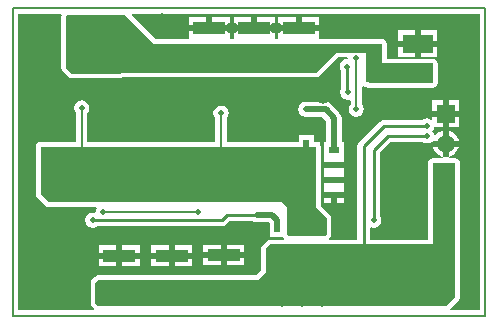
<source format=gtl>
%FSLAX25Y25*%
%MOIN*%
G70*
G01*
G75*
G04 Layer_Physical_Order=1*
G04 Layer_Color=255*
%ADD10R,0.10630X0.03937*%
%ADD11R,0.15748X0.17716*%
%ADD12R,0.14410X0.09843*%
%ADD13R,0.14410X0.07874*%
%ADD14R,0.01969X0.06299*%
%ADD15R,0.03543X0.02126*%
%ADD16R,0.09843X0.14410*%
%ADD17R,0.07874X0.14410*%
%ADD18R,0.06299X0.01969*%
%ADD19R,0.02126X0.03543*%
%ADD20C,0.01000*%
%ADD21C,0.02000*%
%ADD22C,0.00800*%
%ADD23R,0.05400X0.12900*%
%ADD24R,0.21600X0.06537*%
%ADD25C,0.00500*%
%ADD26C,0.05906*%
%ADD27R,0.05906X0.05906*%
%ADD28O,0.10000X0.06000*%
%ADD29R,0.10000X0.06000*%
%ADD30C,0.04000*%
%ADD31C,0.02000*%
%ADD32C,0.03000*%
G36*
X101200Y35900D02*
X104700Y32400D01*
Y27200D01*
X104000Y26500D01*
X91900D01*
X91300Y27100D01*
Y36100D01*
X89700Y37700D01*
X12100D01*
X9300Y40500D01*
Y56300D01*
X101200D01*
Y35900D01*
D02*
G37*
G36*
X47100Y90500D02*
X122000D01*
Y87600D01*
X107700D01*
X101000Y80900D01*
X36000D01*
X35700Y80600D01*
X19700D01*
X17800Y82500D01*
Y99900D01*
X18200Y100300D01*
X37300D01*
X47100Y90500D01*
D02*
G37*
G36*
X155696Y1784D02*
X145900D01*
X145709Y2246D01*
X148681Y5219D01*
X149013Y5715D01*
X149129Y6300D01*
Y50900D01*
X149013Y51485D01*
X148681Y51981D01*
X148185Y52313D01*
X147600Y52429D01*
X145340D01*
X145308Y52928D01*
X144400Y52809D01*
X143492Y52928D01*
X143460Y52429D01*
X140000D01*
X139415Y52313D01*
X138919Y51981D01*
X138587Y51485D01*
X138471Y50900D01*
Y25229D01*
X119039D01*
Y29028D01*
X119425Y29345D01*
Y29345D01*
D01*
X120400Y29151D01*
X121376Y29345D01*
X122202Y29898D01*
X122755Y30724D01*
X122949Y31700D01*
X122755Y32675D01*
X122439Y33148D01*
Y54355D01*
X125945Y57861D01*
X136552D01*
X137024Y57545D01*
X138000Y57351D01*
X138976Y57545D01*
X139531Y57916D01*
X139955Y57652D01*
X140040Y58300D01*
X143400D01*
Y61659D01*
X143238Y61638D01*
X142154Y61190D01*
X141224Y60476D01*
X140966Y60139D01*
X140479Y60252D01*
X140355Y60875D01*
X139904Y61550D01*
X140355Y62225D01*
X140479Y62847D01*
X143400D01*
Y66300D01*
X139947D01*
Y65436D01*
X139506Y65200D01*
X138976Y65555D01*
X138000Y65749D01*
X137024Y65555D01*
X136552Y65239D01*
X123800D01*
X123020Y65084D01*
X122358Y64642D01*
X115558Y57842D01*
X115116Y57180D01*
X114961Y56400D01*
Y25229D01*
X105546D01*
X105354Y25691D01*
X105779Y26116D01*
X105842D01*
Y26209D01*
X106113Y26615D01*
X106229Y27200D01*
Y32400D01*
X106113Y32985D01*
X105781Y33481D01*
X102729Y36533D01*
Y56300D01*
X102613Y56885D01*
X102577Y56939D01*
Y57680D01*
X101834D01*
X101785Y57713D01*
X101200Y57829D01*
X100392D01*
Y60161D01*
X95424D01*
Y57829D01*
X71437D01*
Y65799D01*
X71855Y66425D01*
X72049Y67400D01*
X71855Y68375D01*
X71302Y69202D01*
X70476Y69755D01*
X69500Y69949D01*
X68524Y69755D01*
X67698Y69202D01*
X67145Y68375D01*
X66951Y67400D01*
X67145Y66425D01*
X67563Y65799D01*
Y57829D01*
X24937D01*
Y67599D01*
X25355Y68225D01*
X25549Y69200D01*
X25355Y70175D01*
X24802Y71002D01*
X23976Y71555D01*
X23000Y71749D01*
X22025Y71555D01*
X21198Y71002D01*
X20645Y70175D01*
X20451Y69200D01*
X20645Y68225D01*
X21063Y67599D01*
Y57829D01*
X9300D01*
X8715Y57713D01*
X8219Y57381D01*
X7887Y56885D01*
X7771Y56300D01*
Y40500D01*
X7887Y39915D01*
X8219Y39419D01*
X11019Y36619D01*
X11515Y36287D01*
X12100Y36171D01*
X27779D01*
X28015Y35730D01*
X27845Y35476D01*
X27651Y34500D01*
X26796Y34330D01*
X26700Y34349D01*
X25725Y34155D01*
X24898Y33602D01*
X24345Y32776D01*
X24151Y31800D01*
X24345Y30825D01*
X24898Y29998D01*
X25725Y29445D01*
X26700Y29251D01*
X27676Y29445D01*
X28148Y29761D01*
X69700D01*
X70480Y29916D01*
X71142Y30358D01*
X72345Y31561D01*
X80052D01*
X80524Y31245D01*
X81500Y31051D01*
X85344D01*
X85716Y30679D01*
Y26116D01*
X90154D01*
X90219Y26019D01*
X90546Y25691D01*
X90354Y25229D01*
X85941D01*
X85356Y25113D01*
X84860Y24781D01*
X83219Y23141D01*
X82887Y22644D01*
X82771Y22059D01*
Y15033D01*
X81166Y13429D01*
X30097D01*
X29594Y13529D01*
X29092Y13429D01*
X28400D01*
X27815Y13313D01*
X27319Y12981D01*
X26419Y12081D01*
X26087Y11585D01*
X25971Y11000D01*
Y4100D01*
X26087Y3515D01*
X26419Y3019D01*
X27191Y2246D01*
X27000Y1784D01*
X1784D01*
Y100578D01*
X16011D01*
X16329Y100191D01*
X16271Y99900D01*
Y82500D01*
X16387Y81915D01*
X16718Y81419D01*
X18619Y79519D01*
X19115Y79187D01*
X19700Y79071D01*
X35700D01*
X36188Y79168D01*
X36285Y79187D01*
X36560Y79371D01*
X101000D01*
X101585Y79487D01*
X101802Y79632D01*
X102115D01*
Y79852D01*
X108334Y86071D01*
X111589D01*
X111781Y85609D01*
X111701Y85529D01*
X111600Y85549D01*
X110625Y85355D01*
X109798Y84802D01*
X109245Y83975D01*
X109051Y83000D01*
X109245Y82025D01*
X109561Y81552D01*
Y75698D01*
X109345Y75375D01*
X109151Y74400D01*
X109345Y73425D01*
X109898Y72598D01*
X110724Y72045D01*
X111700Y71851D01*
X112276Y71966D01*
X112663Y71649D01*
Y70401D01*
X112245Y69775D01*
X112051Y68800D01*
X112245Y67825D01*
X112798Y66998D01*
X113625Y66445D01*
X114600Y66251D01*
X115576Y66445D01*
X116402Y66998D01*
X116955Y67825D01*
X117149Y68800D01*
X116955Y69775D01*
X116537Y70401D01*
Y76209D01*
X116978Y76445D01*
X117215Y76287D01*
X117800Y76171D01*
X117890D01*
X118015Y76087D01*
X118600Y75971D01*
X140200D01*
X140785Y76087D01*
X141281Y76419D01*
X141613Y76915D01*
X141729Y77500D01*
Y84037D01*
X141613Y84622D01*
X141281Y85118D01*
X140785Y85450D01*
X140200Y85566D01*
X124729D01*
Y90600D01*
X124613Y91185D01*
X124281Y91681D01*
X123785Y92013D01*
X123200Y92129D01*
X117800D01*
X117297Y92029D01*
X102115D01*
Y92427D01*
X102115D01*
Y94895D01*
X88485D01*
Y92427D01*
X88485D01*
Y92383D01*
X88131Y92029D01*
X87415D01*
Y92427D01*
X87415D01*
Y94895D01*
X73785D01*
Y92427D01*
X73785D01*
Y92383D01*
X73431Y92029D01*
X72315D01*
Y92427D01*
X72315D01*
Y94895D01*
X58685D01*
Y92427D01*
X58685D01*
Y92383D01*
X58332Y92029D01*
X47734D01*
X39647Y100116D01*
X39838Y100578D01*
X155696D01*
Y1784D01*
D02*
G37*
G36*
X147600Y6300D02*
X144500Y3200D01*
X28400D01*
X27500Y4100D01*
Y11000D01*
X28400Y11900D01*
X29594D01*
Y12000D01*
X29695Y11900D01*
X81800D01*
X84300Y14400D01*
Y22059D01*
X85941Y23700D01*
X140000D01*
Y50900D01*
X147600D01*
Y6300D01*
D02*
G37*
%LPC*%
G36*
X59915Y23464D02*
X54100D01*
Y20995D01*
X59915D01*
Y23464D01*
D02*
G37*
G36*
X110432Y44138D02*
X103888D01*
Y42575D01*
Y41138D01*
X110432D01*
Y42575D01*
Y44138D01*
D02*
G37*
G36*
X69400Y23664D02*
X63585D01*
Y21195D01*
X69400D01*
Y23664D01*
D02*
G37*
G36*
X106160Y39138D02*
X103888D01*
Y37575D01*
X106160D01*
Y39138D01*
D02*
G37*
G36*
X110432D02*
X108160D01*
Y37575D01*
X110432D01*
Y39138D01*
D02*
G37*
G36*
X77215Y23664D02*
X71400D01*
Y21195D01*
X77215D01*
Y23664D01*
D02*
G37*
G36*
X52100Y18995D02*
X46285D01*
Y16527D01*
X52100D01*
Y18995D01*
D02*
G37*
G36*
X59915D02*
X54100D01*
Y16527D01*
X59915D01*
Y18995D01*
D02*
G37*
G36*
X34500D02*
X28685D01*
Y16527D01*
X34500D01*
Y18995D01*
D02*
G37*
G36*
X42315D02*
X36500D01*
Y16527D01*
X42315D01*
Y18995D01*
D02*
G37*
G36*
X69400Y19195D02*
X63585D01*
Y16727D01*
X69400D01*
Y19195D01*
D02*
G37*
G36*
X42315Y23464D02*
X36500D01*
Y20995D01*
X42315D01*
Y23464D01*
D02*
G37*
G36*
X52100D02*
X46285D01*
Y20995D01*
X52100D01*
Y23464D01*
D02*
G37*
G36*
X77215Y19195D02*
X71400D01*
Y16727D01*
X77215D01*
Y19195D01*
D02*
G37*
G36*
X34500Y23464D02*
X28685D01*
Y20995D01*
X34500D01*
Y23464D01*
D02*
G37*
G36*
X110432Y49138D02*
X103888D01*
Y47575D01*
Y46138D01*
X110432D01*
Y47575D01*
Y49138D01*
D02*
G37*
G36*
X64500Y99364D02*
X58685D01*
Y96895D01*
X64500D01*
Y99364D01*
D02*
G37*
G36*
X72315D02*
X66500D01*
Y96895D01*
X72315D01*
Y99364D01*
D02*
G37*
G36*
X134000Y95100D02*
X128500D01*
Y91600D01*
X134000D01*
Y95100D01*
D02*
G37*
G36*
X141500D02*
X136000D01*
Y91600D01*
X141500D01*
Y95100D01*
D02*
G37*
G36*
X94300Y99364D02*
X88485D01*
Y96895D01*
X94300D01*
Y99364D01*
D02*
G37*
G36*
X102115D02*
X96300D01*
Y96895D01*
X102115D01*
Y99364D01*
D02*
G37*
G36*
X79600D02*
X73785D01*
Y96895D01*
X79600D01*
Y99364D01*
D02*
G37*
G36*
X87415D02*
X81600D01*
Y96895D01*
X87415D01*
Y99364D01*
D02*
G37*
G36*
X141500Y89600D02*
X136000D01*
Y86100D01*
X141500D01*
Y89600D01*
D02*
G37*
G36*
X148759Y56300D02*
X145400D01*
Y52940D01*
X145562Y52962D01*
X146646Y53411D01*
X147576Y54124D01*
X148290Y55054D01*
X148738Y56138D01*
X148759Y56300D01*
D02*
G37*
G36*
X145400Y61659D02*
Y58300D01*
X148759D01*
X148738Y58462D01*
X148290Y59546D01*
X147576Y60476D01*
X146646Y61190D01*
X145562Y61638D01*
X145400Y61659D01*
D02*
G37*
G36*
X104300Y71249D02*
X97700D01*
X96724Y71055D01*
X95898Y70502D01*
X95345Y69675D01*
X95151Y68700D01*
X95345Y67725D01*
X95898Y66898D01*
X96724Y66345D01*
X97700Y66151D01*
X103244D01*
X104611Y64784D01*
Y57701D01*
X103888D01*
Y52575D01*
Y51138D01*
X110432D01*
Y52575D01*
Y57701D01*
X109709D01*
Y65840D01*
X109515Y66816D01*
X108962Y67643D01*
X106102Y70502D01*
X105275Y71055D01*
X104300Y71249D01*
D02*
G37*
G36*
X143400Y56300D02*
X140041D01*
X140062Y56138D01*
X140510Y55054D01*
X141224Y54124D01*
X142154Y53411D01*
X143238Y52962D01*
X143400Y52940D01*
Y56300D01*
D02*
G37*
G36*
X148853Y71753D02*
X145400D01*
Y68300D01*
X148853D01*
Y71753D01*
D02*
G37*
G36*
X134000Y89600D02*
X128500D01*
Y86100D01*
X134000D01*
Y89600D01*
D02*
G37*
G36*
X148853Y66300D02*
X145400D01*
Y62847D01*
X148853D01*
Y66300D01*
D02*
G37*
G36*
X143400Y71753D02*
X139947D01*
Y68300D01*
X143400D01*
Y71753D01*
D02*
G37*
%LPD*%
D10*
X53100Y19995D02*
D03*
Y7200D02*
D03*
X70400Y20195D02*
D03*
Y7400D02*
D03*
X35500Y19995D02*
D03*
Y7200D02*
D03*
X95300Y95895D02*
D03*
Y83100D02*
D03*
X65500Y95895D02*
D03*
Y83100D02*
D03*
X80600Y95895D02*
D03*
Y83100D02*
D03*
D11*
X28200Y46900D02*
D03*
Y90207D02*
D03*
D12*
X93872Y51259D02*
D03*
D13*
Y43017D02*
D03*
D14*
X97908Y55512D02*
D03*
Y39764D02*
D03*
D15*
X107160Y45138D02*
D03*
X85122D02*
D03*
X107160Y55138D02*
D03*
Y50138D02*
D03*
X85122Y55138D02*
D03*
X107160Y40138D02*
D03*
X85122D02*
D03*
Y50138D02*
D03*
D16*
X92158Y16100D02*
D03*
D17*
X100400D02*
D03*
D18*
X87905Y20135D02*
D03*
X103653D02*
D03*
D19*
X98279Y29387D02*
D03*
Y7350D02*
D03*
X88279Y29387D02*
D03*
X93279D02*
D03*
X88279Y7350D02*
D03*
X103279Y29387D02*
D03*
Y7350D02*
D03*
X93279D02*
D03*
D20*
X111600Y74400D02*
Y83000D01*
X123800Y63200D02*
X138000D01*
X117000Y56400D02*
X123800Y63200D01*
X26700Y31800D02*
X69700D01*
X117000Y22800D02*
Y56400D01*
X116700Y22500D02*
X117000Y22800D01*
X120400Y55200D02*
X125100Y59900D01*
X138000D01*
X120400Y31700D02*
Y55200D01*
X69700Y31800D02*
X71500Y33600D01*
X81500D01*
D21*
X88279Y29387D02*
Y31721D01*
X86400Y33600D02*
X88279Y31721D01*
X81500Y33600D02*
X86400D01*
X107160Y55138D02*
Y65840D01*
X104300Y68700D02*
X107160Y65840D01*
X97700Y68700D02*
X104300D01*
D22*
X114600Y68800D02*
Y85900D01*
X69500Y54000D02*
Y67400D01*
X30200Y34500D02*
X61800D01*
X23000Y49400D02*
Y69200D01*
D23*
X120500Y84150D02*
D03*
D24*
X129400Y80768D02*
D03*
D25*
X0Y102362D02*
X157480D01*
Y0D02*
Y102362D01*
X0Y0D02*
X157480D01*
X0D02*
Y102362D01*
D26*
X144400Y37300D02*
D03*
Y47300D02*
D03*
Y57300D02*
D03*
D27*
Y67300D02*
D03*
D28*
X135000Y80600D02*
D03*
D29*
Y90600D02*
D03*
D30*
X152500Y9600D02*
D03*
X152700Y23200D02*
D03*
X152100Y37100D02*
D03*
Y49500D02*
D03*
X87600Y73200D02*
D03*
X72000Y73600D02*
D03*
X63400Y62600D02*
D03*
X49800Y98800D02*
D03*
X120000Y71300D02*
D03*
X151400Y64800D02*
D03*
X151600Y74300D02*
D03*
X151800Y84500D02*
D03*
Y98500D02*
D03*
X113900Y96400D02*
D03*
X73100Y95800D02*
D03*
X87700Y95900D02*
D03*
X105000Y96200D02*
D03*
X122100Y96100D02*
D03*
X6800Y5200D02*
D03*
X20100Y5800D02*
D03*
X19600Y13500D02*
D03*
X7000Y13400D02*
D03*
X6600Y22600D02*
D03*
X18200Y22500D02*
D03*
X18300Y31500D02*
D03*
X5400D02*
D03*
X30100Y26700D02*
D03*
X72000Y28400D02*
D03*
X52900Y27100D02*
D03*
X44200Y27200D02*
D03*
X61400Y27600D02*
D03*
X80400Y28100D02*
D03*
X80700Y20300D02*
D03*
X61600Y20600D02*
D03*
X44300Y20100D02*
D03*
X89800Y20400D02*
D03*
X95950D02*
D03*
X103200D02*
D03*
Y12600D02*
D03*
X96100D02*
D03*
X89800D02*
D03*
Y4800D02*
D03*
X96500D02*
D03*
X103200D02*
D03*
X88700Y50900D02*
D03*
Y41900D02*
D03*
X61233Y52000D02*
D03*
X61200Y42500D02*
D03*
X52467Y52000D02*
D03*
X52900Y42500D02*
D03*
X43700Y52000D02*
D03*
X43500Y42500D02*
D03*
X70000Y52000D02*
D03*
X63800Y70800D02*
D03*
X88300Y67099D02*
D03*
X52000Y72900D02*
D03*
X52400Y63200D02*
D03*
X103600Y72600D02*
D03*
X36900Y73000D02*
D03*
X37200Y60400D02*
D03*
X44600Y66800D02*
D03*
X35900Y67100D02*
D03*
D31*
X26700Y31800D02*
D03*
X138000Y63200D02*
D03*
Y59900D02*
D03*
X120400Y31700D02*
D03*
X111700Y74400D02*
D03*
X111600Y83000D02*
D03*
X114600Y68800D02*
D03*
Y85900D02*
D03*
X23000Y69200D02*
D03*
X69500Y67400D02*
D03*
X97700Y68700D02*
D03*
X30200Y34500D02*
D03*
X61800D02*
D03*
D32*
X102500Y59900D02*
D03*
M02*

</source>
